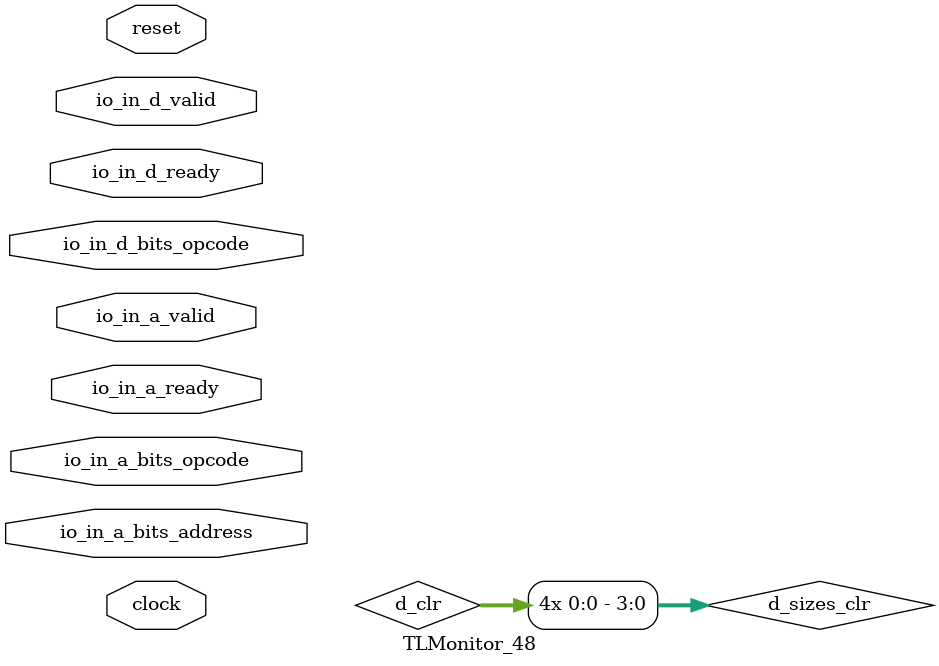
<source format=sv>

`ifndef STOP_COND_
  `ifdef STOP_COND
    `define STOP_COND_ (`STOP_COND)
  `else  // STOP_COND
    `define STOP_COND_ 1
  `endif // STOP_COND
`endif // not def STOP_COND_

// Users can define 'ASSERT_VERBOSE_COND' to add an extra gate to assert error printing.
`ifndef ASSERT_VERBOSE_COND_
  `ifdef ASSERT_VERBOSE_COND
    `define ASSERT_VERBOSE_COND_ (`ASSERT_VERBOSE_COND)
  `else  // ASSERT_VERBOSE_COND
    `define ASSERT_VERBOSE_COND_ 1
  `endif // ASSERT_VERBOSE_COND
`endif // not def ASSERT_VERBOSE_COND_

// Include register initializers in init blocks unless synthesis is set
`ifndef RANDOMIZE
  `ifdef RANDOMIZE_REG_INIT
    `define RANDOMIZE
  `endif // RANDOMIZE_REG_INIT
`endif // not def RANDOMIZE
`ifndef SYNTHESIS
  `ifndef ENABLE_INITIAL_REG_
    `define ENABLE_INITIAL_REG_
  `endif // not def ENABLE_INITIAL_REG_
`endif // not def SYNTHESIS

// Standard header to adapt well known macros for register randomization.

// RANDOM may be set to an expression that produces a 32-bit random unsigned value.
`ifndef RANDOM
  `define RANDOM $random
`endif // not def RANDOM

// Users can define INIT_RANDOM as general code that gets injected into the
// initializer block for modules with registers.
`ifndef INIT_RANDOM
  `define INIT_RANDOM
`endif // not def INIT_RANDOM

// If using random initialization, you can also define RANDOMIZE_DELAY to
// customize the delay used, otherwise 0.002 is used.
`ifndef RANDOMIZE_DELAY
  `define RANDOMIZE_DELAY 0.002
`endif // not def RANDOMIZE_DELAY

// Define INIT_RANDOM_PROLOG_ for use in our modules below.
`ifndef INIT_RANDOM_PROLOG_
  `ifdef RANDOMIZE
    `ifdef VERILATOR
      `define INIT_RANDOM_PROLOG_ `INIT_RANDOM
    `else  // VERILATOR
      `define INIT_RANDOM_PROLOG_ `INIT_RANDOM #`RANDOMIZE_DELAY begin end
    `endif // VERILATOR
  `else  // RANDOMIZE
    `define INIT_RANDOM_PROLOG_
  `endif // RANDOMIZE
`endif // not def INIT_RANDOM_PROLOG_
module TLMonitor_48(	// @[generators/rocket-chip/src/main/scala/tilelink/Monitor.scala:36:7]
  input       clock,	// @[generators/rocket-chip/src/main/scala/tilelink/Monitor.scala:36:7]
  input       reset,	// @[generators/rocket-chip/src/main/scala/tilelink/Monitor.scala:36:7]
  input       io_in_a_ready,	// @[generators/rocket-chip/src/main/scala/tilelink/Monitor.scala:20:14]
  input       io_in_a_valid,	// @[generators/rocket-chip/src/main/scala/tilelink/Monitor.scala:20:14]
  input [2:0] io_in_a_bits_opcode,	// @[generators/rocket-chip/src/main/scala/tilelink/Monitor.scala:20:14]
  input [6:0] io_in_a_bits_address,	// @[generators/rocket-chip/src/main/scala/tilelink/Monitor.scala:20:14]
  input       io_in_d_ready,	// @[generators/rocket-chip/src/main/scala/tilelink/Monitor.scala:20:14]
  input       io_in_d_valid,	// @[generators/rocket-chip/src/main/scala/tilelink/Monitor.scala:20:14]
  input [2:0] io_in_d_bits_opcode	// @[generators/rocket-chip/src/main/scala/tilelink/Monitor.scala:20:14]
);

  wire [31:0] _plusarg_reader_1_out;	// @[generators/rocket-chip/src/main/scala/util/PlusArg.scala:80:11]
  wire [31:0] _plusarg_reader_out;	// @[generators/rocket-chip/src/main/scala/util/PlusArg.scala:80:11]
  wire        a_first_done = io_in_a_ready & io_in_a_valid;	// @[src/main/scala/chisel3/util/Decoupled.scala:51:35]
  reg         a_first_counter;	// @[generators/rocket-chip/src/main/scala/tilelink/Edges.scala:229:27]
  reg  [2:0]  opcode;	// @[generators/rocket-chip/src/main/scala/tilelink/Monitor.scala:387:22]
  reg  [6:0]  address;	// @[generators/rocket-chip/src/main/scala/tilelink/Monitor.scala:391:22]
  reg         d_first_counter;	// @[generators/rocket-chip/src/main/scala/tilelink/Edges.scala:229:27]
  reg  [2:0]  opcode_1;	// @[generators/rocket-chip/src/main/scala/tilelink/Monitor.scala:538:22]
  reg  [1:0]  inflight;	// @[generators/rocket-chip/src/main/scala/tilelink/Monitor.scala:614:27]
  reg  [3:0]  inflight_opcodes;	// @[generators/rocket-chip/src/main/scala/tilelink/Monitor.scala:616:35]
  reg  [3:0]  inflight_sizes;	// @[generators/rocket-chip/src/main/scala/tilelink/Monitor.scala:618:33]
  reg         a_first_counter_1;	// @[generators/rocket-chip/src/main/scala/tilelink/Edges.scala:229:27]
  reg         d_first_counter_1;	// @[generators/rocket-chip/src/main/scala/tilelink/Edges.scala:229:27]
  wire        a_set = a_first_done & ~a_first_counter_1;	// @[generators/rocket-chip/src/main/scala/tilelink/Edges.scala:229:27, :231:25, generators/rocket-chip/src/main/scala/tilelink/Monitor.scala:655:25, src/main/scala/chisel3/util/Decoupled.scala:51:35]
  wire        d_release_ack = io_in_d_bits_opcode == 3'h6;	// @[generators/rocket-chip/src/main/scala/tilelink/Monitor.scala:673:46]
  wire        _GEN = io_in_d_bits_opcode != 3'h6;	// @[generators/rocket-chip/src/main/scala/tilelink/Monitor.scala:673:46, :674:74]
  reg  [31:0] watchdog;	// @[generators/rocket-chip/src/main/scala/tilelink/Monitor.scala:709:27]
  reg  [1:0]  inflight_1;	// @[generators/rocket-chip/src/main/scala/tilelink/Monitor.scala:726:35]
  reg  [3:0]  inflight_sizes_1;	// @[generators/rocket-chip/src/main/scala/tilelink/Monitor.scala:728:35]
  reg         d_first_counter_2;	// @[generators/rocket-chip/src/main/scala/tilelink/Edges.scala:229:27]
  reg  [31:0] watchdog_1;	// @[generators/rocket-chip/src/main/scala/tilelink/Monitor.scala:818:27]
  `ifndef SYNTHESIS	// @[generators/rocket-chip/src/main/scala/tilelink/Monitor.scala:45:11]
    wire [7:0][2:0] _GEN_0 = '{3'h4, 3'h5, 3'h2, 3'h1, 3'h1, 3'h1, 3'h0, 3'h0};
    wire [7:0][2:0] _GEN_1 = '{3'h4, 3'h4, 3'h2, 3'h1, 3'h1, 3'h1, 3'h0, 3'h0};
    wire            _GEN_2 = io_in_a_valid & io_in_a_bits_opcode == 3'h6 & ~reset;	// @[generators/rocket-chip/src/main/scala/tilelink/Monitor.scala:45:11, :84:{25,54}]
    wire            _GEN_3 = io_in_a_valid & (&io_in_a_bits_opcode) & ~reset;	// @[generators/rocket-chip/src/main/scala/tilelink/Monitor.scala:45:11, :95:{25,53}]
    wire            _GEN_4 = {io_in_a_bits_address[6:4] ^ 3'h4, io_in_a_bits_address[2]} == 4'h0 | io_in_a_bits_address[6:3] == 4'hA;	// @[generators/rocket-chip/src/main/scala/diplomacy/Parameters.scala:137:{31,41,46,59}, generators/rocket-chip/src/main/scala/tilelink/Monitor.scala:20:14, :36:7, generators/rocket-chip/src/main/scala/tilelink/Parameters.scala:685:42]
    wire            _GEN_5 = io_in_a_valid & io_in_a_bits_opcode == 3'h4 & ~reset;	// @[generators/rocket-chip/src/main/scala/tilelink/Monitor.scala:36:7, :45:11, :107:{25,45}]
    wire            _GEN_6 = io_in_a_valid & io_in_a_bits_opcode == 3'h0 & ~reset;	// @[generators/rocket-chip/src/main/scala/tilelink/Monitor.scala:36:7, :45:11, :117:{25,53}]
    wire            _GEN_7 = io_in_a_valid & io_in_a_bits_opcode == 3'h1 & ~reset;	// @[generators/rocket-chip/src/main/scala/tilelink/Monitor.scala:36:7, :45:11, :125:{25,56}]
    wire            _GEN_8 = io_in_a_valid & io_in_a_bits_opcode == 3'h2 & ~reset;	// @[generators/rocket-chip/src/main/scala/tilelink/Monitor.scala:45:11, :133:{25,56}]
    wire            _GEN_9 = io_in_a_valid & io_in_a_bits_opcode == 3'h3 & ~reset;	// @[generators/rocket-chip/src/main/scala/tilelink/Monitor.scala:45:11, :141:{25,53}]
    wire            _GEN_10 = io_in_a_valid & io_in_a_bits_opcode == 3'h5 & ~reset;	// @[generators/rocket-chip/src/main/scala/tilelink/Monitor.scala:45:11, :149:{25,46}]
    wire            _GEN_11 = io_in_a_valid & a_first_counter & ~reset;	// @[generators/rocket-chip/src/main/scala/tilelink/Edges.scala:229:27, generators/rocket-chip/src/main/scala/tilelink/Monitor.scala:45:11, :392:19]
    wire            _same_cycle_resp_T_1 = io_in_a_valid & ~a_first_counter_1;	// @[generators/rocket-chip/src/main/scala/tilelink/Edges.scala:229:27, :231:25, generators/rocket-chip/src/main/scala/tilelink/Monitor.scala:651:26]
    wire            _GEN_12 = io_in_d_valid & ~d_first_counter_1;	// @[generators/rocket-chip/src/main/scala/tilelink/Edges.scala:229:27, :231:25, generators/rocket-chip/src/main/scala/tilelink/Monitor.scala:674:26]
    wire            _GEN_13 = _GEN_12 & _GEN;	// @[generators/rocket-chip/src/main/scala/tilelink/Monitor.scala:673:46, :674:{26,74}, :683:71]
    wire            _GEN_14 = _GEN_13 & ~_same_cycle_resp_T_1 & ~reset;	// @[generators/rocket-chip/src/main/scala/tilelink/Monitor.scala:45:11, :52:11, :651:26, :683:71, :687:30]
    wire            _GEN_15 = io_in_d_valid & ~d_first_counter_2 & d_release_ack & ~reset;	// @[generators/rocket-chip/src/main/scala/tilelink/Edges.scala:229:27, :231:25, generators/rocket-chip/src/main/scala/tilelink/Monitor.scala:45:11, :52:11, :673:46, :784:26, :794:71]
    always @(posedge clock) begin	// @[generators/rocket-chip/src/main/scala/tilelink/Monitor.scala:45:11]
      if (_GEN_2) begin	// @[generators/rocket-chip/src/main/scala/tilelink/Monitor.scala:45:11, :84:54]
        if (`ASSERT_VERBOSE_COND_)	// @[generators/rocket-chip/src/main/scala/tilelink/Monitor.scala:45:11]
          $error("Assertion failed: 'A' channel carries AcquireBlock type which is unexpected using diplomatic parameters (connected at generators/rocket-chip/src/main/scala/devices/debug/Debug.scala:706:19)\n    at Monitor.scala:45 assert(cond, message)\n");	// @[generators/rocket-chip/src/main/scala/tilelink/Monitor.scala:45:11]
        if (`STOP_COND_)	// @[generators/rocket-chip/src/main/scala/tilelink/Monitor.scala:45:11]
          $fatal;	// @[generators/rocket-chip/src/main/scala/tilelink/Monitor.scala:45:11]
        if (`ASSERT_VERBOSE_COND_)	// @[generators/rocket-chip/src/main/scala/tilelink/Monitor.scala:45:11]
          $error("Assertion failed: 'A' channel carries AcquireBlock from a client which does not support Probe (connected at generators/rocket-chip/src/main/scala/devices/debug/Debug.scala:706:19)\n    at Monitor.scala:45 assert(cond, message)\n");	// @[generators/rocket-chip/src/main/scala/tilelink/Monitor.scala:45:11]
        if (`STOP_COND_)	// @[generators/rocket-chip/src/main/scala/tilelink/Monitor.scala:45:11]
          $fatal;	// @[generators/rocket-chip/src/main/scala/tilelink/Monitor.scala:45:11]
      end
      if (_GEN_2 & (|(io_in_a_bits_address[1:0]))) begin	// @[generators/rocket-chip/src/main/scala/tilelink/Edges.scala:21:{16,24}, generators/rocket-chip/src/main/scala/tilelink/Monitor.scala:45:11, :84:54]
        if (`ASSERT_VERBOSE_COND_)	// @[generators/rocket-chip/src/main/scala/tilelink/Monitor.scala:45:11]
          $error("Assertion failed: 'A' channel AcquireBlock address not aligned to size (connected at generators/rocket-chip/src/main/scala/devices/debug/Debug.scala:706:19)\n    at Monitor.scala:45 assert(cond, message)\n");	// @[generators/rocket-chip/src/main/scala/tilelink/Monitor.scala:45:11]
        if (`STOP_COND_)	// @[generators/rocket-chip/src/main/scala/tilelink/Monitor.scala:45:11]
          $fatal;	// @[generators/rocket-chip/src/main/scala/tilelink/Monitor.scala:45:11]
      end
      if (_GEN_3) begin	// @[generators/rocket-chip/src/main/scala/tilelink/Monitor.scala:45:11, :95:53]
        if (`ASSERT_VERBOSE_COND_)	// @[generators/rocket-chip/src/main/scala/tilelink/Monitor.scala:45:11]
          $error("Assertion failed: 'A' channel carries AcquirePerm type which is unexpected using diplomatic parameters (connected at generators/rocket-chip/src/main/scala/devices/debug/Debug.scala:706:19)\n    at Monitor.scala:45 assert(cond, message)\n");	// @[generators/rocket-chip/src/main/scala/tilelink/Monitor.scala:45:11]
        if (`STOP_COND_)	// @[generators/rocket-chip/src/main/scala/tilelink/Monitor.scala:45:11]
          $fatal;	// @[generators/rocket-chip/src/main/scala/tilelink/Monitor.scala:45:11]
        if (`ASSERT_VERBOSE_COND_)	// @[generators/rocket-chip/src/main/scala/tilelink/Monitor.scala:45:11]
          $error("Assertion failed: 'A' channel carries AcquirePerm from a client which does not support Probe (connected at generators/rocket-chip/src/main/scala/devices/debug/Debug.scala:706:19)\n    at Monitor.scala:45 assert(cond, message)\n");	// @[generators/rocket-chip/src/main/scala/tilelink/Monitor.scala:45:11]
        if (`STOP_COND_)	// @[generators/rocket-chip/src/main/scala/tilelink/Monitor.scala:45:11]
          $fatal;	// @[generators/rocket-chip/src/main/scala/tilelink/Monitor.scala:45:11]
      end
      if (_GEN_3 & (|(io_in_a_bits_address[1:0]))) begin	// @[generators/rocket-chip/src/main/scala/tilelink/Edges.scala:21:{16,24}, generators/rocket-chip/src/main/scala/tilelink/Monitor.scala:45:11, :95:53]
        if (`ASSERT_VERBOSE_COND_)	// @[generators/rocket-chip/src/main/scala/tilelink/Monitor.scala:45:11]
          $error("Assertion failed: 'A' channel AcquirePerm address not aligned to size (connected at generators/rocket-chip/src/main/scala/devices/debug/Debug.scala:706:19)\n    at Monitor.scala:45 assert(cond, message)\n");	// @[generators/rocket-chip/src/main/scala/tilelink/Monitor.scala:45:11]
        if (`STOP_COND_)	// @[generators/rocket-chip/src/main/scala/tilelink/Monitor.scala:45:11]
          $fatal;	// @[generators/rocket-chip/src/main/scala/tilelink/Monitor.scala:45:11]
      end
      if (_GEN_3) begin	// @[generators/rocket-chip/src/main/scala/tilelink/Monitor.scala:45:11, :95:53]
        if (`ASSERT_VERBOSE_COND_)	// @[generators/rocket-chip/src/main/scala/tilelink/Monitor.scala:45:11]
          $error("Assertion failed: 'A' channel AcquirePerm requests NtoB (connected at generators/rocket-chip/src/main/scala/devices/debug/Debug.scala:706:19)\n    at Monitor.scala:45 assert(cond, message)\n");	// @[generators/rocket-chip/src/main/scala/tilelink/Monitor.scala:45:11]
        if (`STOP_COND_)	// @[generators/rocket-chip/src/main/scala/tilelink/Monitor.scala:45:11]
          $fatal;	// @[generators/rocket-chip/src/main/scala/tilelink/Monitor.scala:45:11]
      end
      if (_GEN_5 & ~_GEN_4) begin	// @[generators/rocket-chip/src/main/scala/tilelink/Monitor.scala:45:11, :107:45, generators/rocket-chip/src/main/scala/tilelink/Parameters.scala:685:42]
        if (`ASSERT_VERBOSE_COND_)	// @[generators/rocket-chip/src/main/scala/tilelink/Monitor.scala:45:11]
          $error("Assertion failed: 'A' channel carries Get type which slave claims it can't support (connected at generators/rocket-chip/src/main/scala/devices/debug/Debug.scala:706:19)\n    at Monitor.scala:45 assert(cond, message)\n");	// @[generators/rocket-chip/src/main/scala/tilelink/Monitor.scala:45:11]
        if (`STOP_COND_)	// @[generators/rocket-chip/src/main/scala/tilelink/Monitor.scala:45:11]
          $fatal;	// @[generators/rocket-chip/src/main/scala/tilelink/Monitor.scala:45:11]
      end
      if (_GEN_5 & (|(io_in_a_bits_address[1:0]))) begin	// @[generators/rocket-chip/src/main/scala/tilelink/Edges.scala:21:{16,24}, generators/rocket-chip/src/main/scala/tilelink/Monitor.scala:45:11, :107:45]
        if (`ASSERT_VERBOSE_COND_)	// @[generators/rocket-chip/src/main/scala/tilelink/Monitor.scala:45:11]
          $error("Assertion failed: 'A' channel Get address not aligned to size (connected at generators/rocket-chip/src/main/scala/devices/debug/Debug.scala:706:19)\n    at Monitor.scala:45 assert(cond, message)\n");	// @[generators/rocket-chip/src/main/scala/tilelink/Monitor.scala:45:11]
        if (`STOP_COND_)	// @[generators/rocket-chip/src/main/scala/tilelink/Monitor.scala:45:11]
          $fatal;	// @[generators/rocket-chip/src/main/scala/tilelink/Monitor.scala:45:11]
      end
      if (_GEN_6 & ~_GEN_4) begin	// @[generators/rocket-chip/src/main/scala/tilelink/Monitor.scala:45:11, :117:53, generators/rocket-chip/src/main/scala/tilelink/Parameters.scala:685:42]
        if (`ASSERT_VERBOSE_COND_)	// @[generators/rocket-chip/src/main/scala/tilelink/Monitor.scala:45:11]
          $error("Assertion failed: 'A' channel carries PutFull type which is unexpected using diplomatic parameters (connected at generators/rocket-chip/src/main/scala/devices/debug/Debug.scala:706:19)\n    at Monitor.scala:45 assert(cond, message)\n");	// @[generators/rocket-chip/src/main/scala/tilelink/Monitor.scala:45:11]
        if (`STOP_COND_)	// @[generators/rocket-chip/src/main/scala/tilelink/Monitor.scala:45:11]
          $fatal;	// @[generators/rocket-chip/src/main/scala/tilelink/Monitor.scala:45:11]
      end
      if (_GEN_6 & (|(io_in_a_bits_address[1:0]))) begin	// @[generators/rocket-chip/src/main/scala/tilelink/Edges.scala:21:{16,24}, generators/rocket-chip/src/main/scala/tilelink/Monitor.scala:45:11, :117:53]
        if (`ASSERT_VERBOSE_COND_)	// @[generators/rocket-chip/src/main/scala/tilelink/Monitor.scala:45:11]
          $error("Assertion failed: 'A' channel PutFull address not aligned to size (connected at generators/rocket-chip/src/main/scala/devices/debug/Debug.scala:706:19)\n    at Monitor.scala:45 assert(cond, message)\n");	// @[generators/rocket-chip/src/main/scala/tilelink/Monitor.scala:45:11]
        if (`STOP_COND_)	// @[generators/rocket-chip/src/main/scala/tilelink/Monitor.scala:45:11]
          $fatal;	// @[generators/rocket-chip/src/main/scala/tilelink/Monitor.scala:45:11]
      end
      if (_GEN_7) begin	// @[generators/rocket-chip/src/main/scala/tilelink/Monitor.scala:45:11, :125:56]
        if (`ASSERT_VERBOSE_COND_)	// @[generators/rocket-chip/src/main/scala/tilelink/Monitor.scala:45:11]
          $error("Assertion failed: 'A' channel carries PutPartial type which is unexpected using diplomatic parameters (connected at generators/rocket-chip/src/main/scala/devices/debug/Debug.scala:706:19)\n    at Monitor.scala:45 assert(cond, message)\n");	// @[generators/rocket-chip/src/main/scala/tilelink/Monitor.scala:45:11]
        if (`STOP_COND_)	// @[generators/rocket-chip/src/main/scala/tilelink/Monitor.scala:45:11]
          $fatal;	// @[generators/rocket-chip/src/main/scala/tilelink/Monitor.scala:45:11]
      end
      if (_GEN_7 & (|(io_in_a_bits_address[1:0]))) begin	// @[generators/rocket-chip/src/main/scala/tilelink/Edges.scala:21:{16,24}, generators/rocket-chip/src/main/scala/tilelink/Monitor.scala:45:11, :125:56]
        if (`ASSERT_VERBOSE_COND_)	// @[generators/rocket-chip/src/main/scala/tilelink/Monitor.scala:45:11]
          $error("Assertion failed: 'A' channel PutPartial address not aligned to size (connected at generators/rocket-chip/src/main/scala/devices/debug/Debug.scala:706:19)\n    at Monitor.scala:45 assert(cond, message)\n");	// @[generators/rocket-chip/src/main/scala/tilelink/Monitor.scala:45:11]
        if (`STOP_COND_)	// @[generators/rocket-chip/src/main/scala/tilelink/Monitor.scala:45:11]
          $fatal;	// @[generators/rocket-chip/src/main/scala/tilelink/Monitor.scala:45:11]
      end
      if (_GEN_8) begin	// @[generators/rocket-chip/src/main/scala/tilelink/Monitor.scala:45:11, :133:56]
        if (`ASSERT_VERBOSE_COND_)	// @[generators/rocket-chip/src/main/scala/tilelink/Monitor.scala:45:11]
          $error("Assertion failed: 'A' channel carries Arithmetic type which is unexpected using diplomatic parameters (connected at generators/rocket-chip/src/main/scala/devices/debug/Debug.scala:706:19)\n    at Monitor.scala:45 assert(cond, message)\n");	// @[generators/rocket-chip/src/main/scala/tilelink/Monitor.scala:45:11]
        if (`STOP_COND_)	// @[generators/rocket-chip/src/main/scala/tilelink/Monitor.scala:45:11]
          $fatal;	// @[generators/rocket-chip/src/main/scala/tilelink/Monitor.scala:45:11]
      end
      if (_GEN_8 & (|(io_in_a_bits_address[1:0]))) begin	// @[generators/rocket-chip/src/main/scala/tilelink/Edges.scala:21:{16,24}, generators/rocket-chip/src/main/scala/tilelink/Monitor.scala:45:11, :133:56]
        if (`ASSERT_VERBOSE_COND_)	// @[generators/rocket-chip/src/main/scala/tilelink/Monitor.scala:45:11]
          $error("Assertion failed: 'A' channel Arithmetic address not aligned to size (connected at generators/rocket-chip/src/main/scala/devices/debug/Debug.scala:706:19)\n    at Monitor.scala:45 assert(cond, message)\n");	// @[generators/rocket-chip/src/main/scala/tilelink/Monitor.scala:45:11]
        if (`STOP_COND_)	// @[generators/rocket-chip/src/main/scala/tilelink/Monitor.scala:45:11]
          $fatal;	// @[generators/rocket-chip/src/main/scala/tilelink/Monitor.scala:45:11]
      end
      if (_GEN_9) begin	// @[generators/rocket-chip/src/main/scala/tilelink/Monitor.scala:45:11, :141:53]
        if (`ASSERT_VERBOSE_COND_)	// @[generators/rocket-chip/src/main/scala/tilelink/Monitor.scala:45:11]
          $error("Assertion failed: 'A' channel carries Logical type which is unexpected using diplomatic parameters (connected at generators/rocket-chip/src/main/scala/devices/debug/Debug.scala:706:19)\n    at Monitor.scala:45 assert(cond, message)\n");	// @[generators/rocket-chip/src/main/scala/tilelink/Monitor.scala:45:11]
        if (`STOP_COND_)	// @[generators/rocket-chip/src/main/scala/tilelink/Monitor.scala:45:11]
          $fatal;	// @[generators/rocket-chip/src/main/scala/tilelink/Monitor.scala:45:11]
      end
      if (_GEN_9 & (|(io_in_a_bits_address[1:0]))) begin	// @[generators/rocket-chip/src/main/scala/tilelink/Edges.scala:21:{16,24}, generators/rocket-chip/src/main/scala/tilelink/Monitor.scala:45:11, :141:53]
        if (`ASSERT_VERBOSE_COND_)	// @[generators/rocket-chip/src/main/scala/tilelink/Monitor.scala:45:11]
          $error("Assertion failed: 'A' channel Logical address not aligned to size (connected at generators/rocket-chip/src/main/scala/devices/debug/Debug.scala:706:19)\n    at Monitor.scala:45 assert(cond, message)\n");	// @[generators/rocket-chip/src/main/scala/tilelink/Monitor.scala:45:11]
        if (`STOP_COND_)	// @[generators/rocket-chip/src/main/scala/tilelink/Monitor.scala:45:11]
          $fatal;	// @[generators/rocket-chip/src/main/scala/tilelink/Monitor.scala:45:11]
      end
      if (_GEN_10) begin	// @[generators/rocket-chip/src/main/scala/tilelink/Monitor.scala:45:11, :149:46]
        if (`ASSERT_VERBOSE_COND_)	// @[generators/rocket-chip/src/main/scala/tilelink/Monitor.scala:45:11]
          $error("Assertion failed: 'A' channel carries Hint type which is unexpected using diplomatic parameters (connected at generators/rocket-chip/src/main/scala/devices/debug/Debug.scala:706:19)\n    at Monitor.scala:45 assert(cond, message)\n");	// @[generators/rocket-chip/src/main/scala/tilelink/Monitor.scala:45:11]
        if (`STOP_COND_)	// @[generators/rocket-chip/src/main/scala/tilelink/Monitor.scala:45:11]
          $fatal;	// @[generators/rocket-chip/src/main/scala/tilelink/Monitor.scala:45:11]
      end
      if (_GEN_10 & (|(io_in_a_bits_address[1:0]))) begin	// @[generators/rocket-chip/src/main/scala/tilelink/Edges.scala:21:{16,24}, generators/rocket-chip/src/main/scala/tilelink/Monitor.scala:45:11, :149:46]
        if (`ASSERT_VERBOSE_COND_)	// @[generators/rocket-chip/src/main/scala/tilelink/Monitor.scala:45:11]
          $error("Assertion failed: 'A' channel Hint address not aligned to size (connected at generators/rocket-chip/src/main/scala/devices/debug/Debug.scala:706:19)\n    at Monitor.scala:45 assert(cond, message)\n");	// @[generators/rocket-chip/src/main/scala/tilelink/Monitor.scala:45:11]
        if (`STOP_COND_)	// @[generators/rocket-chip/src/main/scala/tilelink/Monitor.scala:45:11]
          $fatal;	// @[generators/rocket-chip/src/main/scala/tilelink/Monitor.scala:45:11]
      end
      if (io_in_d_valid & ~reset & (&io_in_d_bits_opcode)) begin	// @[generators/rocket-chip/src/main/scala/tilelink/Bundles.scala:45:24, generators/rocket-chip/src/main/scala/tilelink/Monitor.scala:45:11, :52:11]
        if (`ASSERT_VERBOSE_COND_)	// @[generators/rocket-chip/src/main/scala/tilelink/Monitor.scala:52:11]
          $error("Assertion failed: 'D' channel has invalid opcode (connected at generators/rocket-chip/src/main/scala/devices/debug/Debug.scala:706:19)\n    at Monitor.scala:52 assert(cond, message)\n");	// @[generators/rocket-chip/src/main/scala/tilelink/Monitor.scala:52:11]
        if (`STOP_COND_)	// @[generators/rocket-chip/src/main/scala/tilelink/Monitor.scala:52:11]
          $fatal;	// @[generators/rocket-chip/src/main/scala/tilelink/Monitor.scala:52:11]
      end
      if (io_in_d_valid & io_in_d_bits_opcode == 3'h4 & ~reset) begin	// @[generators/rocket-chip/src/main/scala/tilelink/Monitor.scala:36:7, :45:11, :52:11, :321:{25,47}]
        if (`ASSERT_VERBOSE_COND_)	// @[generators/rocket-chip/src/main/scala/tilelink/Monitor.scala:52:11]
          $error("Assertion failed: 'D' channel Grant carries invalid sink ID (connected at generators/rocket-chip/src/main/scala/devices/debug/Debug.scala:706:19)\n    at Monitor.scala:52 assert(cond, message)\n");	// @[generators/rocket-chip/src/main/scala/tilelink/Monitor.scala:52:11]
        if (`STOP_COND_)	// @[generators/rocket-chip/src/main/scala/tilelink/Monitor.scala:52:11]
          $fatal;	// @[generators/rocket-chip/src/main/scala/tilelink/Monitor.scala:52:11]
      end
      if (io_in_d_valid & io_in_d_bits_opcode == 3'h5 & ~reset) begin	// @[generators/rocket-chip/src/main/scala/tilelink/Monitor.scala:45:11, :52:11, :331:{25,51}]
        if (`ASSERT_VERBOSE_COND_)	// @[generators/rocket-chip/src/main/scala/tilelink/Monitor.scala:52:11]
          $error("Assertion failed: 'D' channel GrantData carries invalid sink ID (connected at generators/rocket-chip/src/main/scala/devices/debug/Debug.scala:706:19)\n    at Monitor.scala:52 assert(cond, message)\n");	// @[generators/rocket-chip/src/main/scala/tilelink/Monitor.scala:52:11]
        if (`STOP_COND_)	// @[generators/rocket-chip/src/main/scala/tilelink/Monitor.scala:52:11]
          $fatal;	// @[generators/rocket-chip/src/main/scala/tilelink/Monitor.scala:52:11]
      end
      if (_GEN_11 & io_in_a_bits_opcode != opcode) begin	// @[generators/rocket-chip/src/main/scala/tilelink/Monitor.scala:45:11, :387:22, :392:19, :393:32]
        if (`ASSERT_VERBOSE_COND_)	// @[generators/rocket-chip/src/main/scala/tilelink/Monitor.scala:45:11]
          $error("Assertion failed: 'A' channel opcode changed within multibeat operation (connected at generators/rocket-chip/src/main/scala/devices/debug/Debug.scala:706:19)\n    at Monitor.scala:45 assert(cond, message)\n");	// @[generators/rocket-chip/src/main/scala/tilelink/Monitor.scala:45:11]
        if (`STOP_COND_)	// @[generators/rocket-chip/src/main/scala/tilelink/Monitor.scala:45:11]
          $fatal;	// @[generators/rocket-chip/src/main/scala/tilelink/Monitor.scala:45:11]
      end
      if (_GEN_11 & io_in_a_bits_address != address) begin	// @[generators/rocket-chip/src/main/scala/tilelink/Monitor.scala:45:11, :391:22, :392:19, :397:32]
        if (`ASSERT_VERBOSE_COND_)	// @[generators/rocket-chip/src/main/scala/tilelink/Monitor.scala:45:11]
          $error("Assertion failed: 'A' channel address changed with multibeat operation (connected at generators/rocket-chip/src/main/scala/devices/debug/Debug.scala:706:19)\n    at Monitor.scala:45 assert(cond, message)\n");	// @[generators/rocket-chip/src/main/scala/tilelink/Monitor.scala:45:11]
        if (`STOP_COND_)	// @[generators/rocket-chip/src/main/scala/tilelink/Monitor.scala:45:11]
          $fatal;	// @[generators/rocket-chip/src/main/scala/tilelink/Monitor.scala:45:11]
      end
      if (io_in_d_valid & d_first_counter & ~reset & io_in_d_bits_opcode != opcode_1) begin	// @[generators/rocket-chip/src/main/scala/tilelink/Edges.scala:229:27, generators/rocket-chip/src/main/scala/tilelink/Monitor.scala:45:11, :52:11, :538:22, :544:19, :545:29]
        if (`ASSERT_VERBOSE_COND_)	// @[generators/rocket-chip/src/main/scala/tilelink/Monitor.scala:52:11]
          $error("Assertion failed: 'D' channel opcode changed within multibeat operation (connected at generators/rocket-chip/src/main/scala/devices/debug/Debug.scala:706:19)\n    at Monitor.scala:52 assert(cond, message)\n");	// @[generators/rocket-chip/src/main/scala/tilelink/Monitor.scala:52:11]
        if (`STOP_COND_)	// @[generators/rocket-chip/src/main/scala/tilelink/Monitor.scala:52:11]
          $fatal;	// @[generators/rocket-chip/src/main/scala/tilelink/Monitor.scala:52:11]
      end
      if (a_set & ~reset & inflight[0]) begin	// @[generators/rocket-chip/src/main/scala/tilelink/Monitor.scala:45:11, :614:27, :655:25, :661:26]
        if (`ASSERT_VERBOSE_COND_)	// @[generators/rocket-chip/src/main/scala/tilelink/Monitor.scala:45:11]
          $error("Assertion failed: 'A' channel re-used a source ID (connected at generators/rocket-chip/src/main/scala/devices/debug/Debug.scala:706:19)\n    at Monitor.scala:45 assert(cond, message)\n");	// @[generators/rocket-chip/src/main/scala/tilelink/Monitor.scala:45:11]
        if (`STOP_COND_)	// @[generators/rocket-chip/src/main/scala/tilelink/Monitor.scala:45:11]
          $fatal;	// @[generators/rocket-chip/src/main/scala/tilelink/Monitor.scala:45:11]
      end
      if (_GEN_13 & ~reset & ~(inflight[0] | _same_cycle_resp_T_1)) begin	// @[generators/rocket-chip/src/main/scala/tilelink/Monitor.scala:45:11, :52:11, :614:27, :651:26, :661:26, :683:71, :685:49]
        if (`ASSERT_VERBOSE_COND_)	// @[generators/rocket-chip/src/main/scala/tilelink/Monitor.scala:52:11]
          $error("Assertion failed: 'D' channel acknowledged for nothing inflight (connected at generators/rocket-chip/src/main/scala/devices/debug/Debug.scala:706:19)\n    at Monitor.scala:52 assert(cond, message)\n");	// @[generators/rocket-chip/src/main/scala/tilelink/Monitor.scala:52:11]
        if (`STOP_COND_)	// @[generators/rocket-chip/src/main/scala/tilelink/Monitor.scala:52:11]
          $fatal;	// @[generators/rocket-chip/src/main/scala/tilelink/Monitor.scala:52:11]
      end
      if (_GEN_13 & _same_cycle_resp_T_1 & ~reset & ~(io_in_d_bits_opcode == _GEN_1[io_in_a_bits_opcode] | io_in_d_bits_opcode == _GEN_0[io_in_a_bits_opcode])) begin	// @[generators/rocket-chip/src/main/scala/tilelink/Monitor.scala:45:11, :52:11, :651:26, :683:71, :687:30, :688:{38,77}, :689:39]
        if (`ASSERT_VERBOSE_COND_)	// @[generators/rocket-chip/src/main/scala/tilelink/Monitor.scala:52:11]
          $error("Assertion failed: 'D' channel contains improper opcode response (connected at generators/rocket-chip/src/main/scala/devices/debug/Debug.scala:706:19)\n    at Monitor.scala:52 assert(cond, message)\n");	// @[generators/rocket-chip/src/main/scala/tilelink/Monitor.scala:52:11]
        if (`STOP_COND_)	// @[generators/rocket-chip/src/main/scala/tilelink/Monitor.scala:52:11]
          $fatal;	// @[generators/rocket-chip/src/main/scala/tilelink/Monitor.scala:52:11]
      end
      if (_GEN_14 & ~(io_in_d_bits_opcode == _GEN_1[inflight_opcodes[3:1]] | io_in_d_bits_opcode == _GEN_0[inflight_opcodes[3:1]])) begin	// @[generators/rocket-chip/src/main/scala/tilelink/Monitor.scala:52:11, :616:35, :637:152, :687:30, :692:{38,72}, :693:38]
        if (`ASSERT_VERBOSE_COND_)	// @[generators/rocket-chip/src/main/scala/tilelink/Monitor.scala:52:11]
          $error("Assertion failed: 'D' channel contains improper opcode response (connected at generators/rocket-chip/src/main/scala/devices/debug/Debug.scala:706:19)\n    at Monitor.scala:52 assert(cond, message)\n");	// @[generators/rocket-chip/src/main/scala/tilelink/Monitor.scala:52:11]
        if (`STOP_COND_)	// @[generators/rocket-chip/src/main/scala/tilelink/Monitor.scala:52:11]
          $fatal;	// @[generators/rocket-chip/src/main/scala/tilelink/Monitor.scala:52:11]
      end
      if (_GEN_14 & inflight_sizes[3:1] != 3'h2) begin	// @[generators/rocket-chip/src/main/scala/tilelink/Monitor.scala:52:11, :618:33, :641:144, :687:30, :694:36]
        if (`ASSERT_VERBOSE_COND_)	// @[generators/rocket-chip/src/main/scala/tilelink/Monitor.scala:52:11]
          $error("Assertion failed: 'D' channel contains improper response size (connected at generators/rocket-chip/src/main/scala/devices/debug/Debug.scala:706:19)\n    at Monitor.scala:52 assert(cond, message)\n");	// @[generators/rocket-chip/src/main/scala/tilelink/Monitor.scala:52:11]
        if (`STOP_COND_)	// @[generators/rocket-chip/src/main/scala/tilelink/Monitor.scala:52:11]
          $fatal;	// @[generators/rocket-chip/src/main/scala/tilelink/Monitor.scala:52:11]
      end
      if (_GEN_12 & ~a_first_counter_1 & io_in_a_valid & _GEN & ~reset & ~(~io_in_d_ready | io_in_a_ready)) begin	// @[generators/rocket-chip/src/main/scala/tilelink/Edges.scala:229:27, :231:25, generators/rocket-chip/src/main/scala/tilelink/Monitor.scala:45:11, :52:11, :673:46, :674:{26,74}, :697:{36,47,116}, :698:{15,32}]
        if (`ASSERT_VERBOSE_COND_)	// @[generators/rocket-chip/src/main/scala/tilelink/Monitor.scala:52:11]
          $error("Assertion failed: ready check\n    at Monitor.scala:52 assert(cond, message)\n");	// @[generators/rocket-chip/src/main/scala/tilelink/Monitor.scala:52:11]
        if (`STOP_COND_)	// @[generators/rocket-chip/src/main/scala/tilelink/Monitor.scala:52:11]
          $fatal;	// @[generators/rocket-chip/src/main/scala/tilelink/Monitor.scala:52:11]
      end
      if (~reset & ~(inflight == 2'h0 | _plusarg_reader_out == 32'h0 | watchdog < _plusarg_reader_out)) begin	// @[generators/rocket-chip/src/main/scala/tilelink/Monitor.scala:36:7, :45:11, :614:27, :709:27, :712:{26,30,39,47,59}, generators/rocket-chip/src/main/scala/util/PlusArg.scala:80:11]
        if (`ASSERT_VERBOSE_COND_)	// @[generators/rocket-chip/src/main/scala/tilelink/Monitor.scala:45:11]
          $error("Assertion failed: TileLink timeout expired (connected at generators/rocket-chip/src/main/scala/devices/debug/Debug.scala:706:19)\n    at Monitor.scala:45 assert(cond, message)\n");	// @[generators/rocket-chip/src/main/scala/tilelink/Monitor.scala:45:11]
        if (`STOP_COND_)	// @[generators/rocket-chip/src/main/scala/tilelink/Monitor.scala:45:11]
          $fatal;	// @[generators/rocket-chip/src/main/scala/tilelink/Monitor.scala:45:11]
      end
      if (_GEN_15 & ~(inflight_1[0])) begin	// @[generators/rocket-chip/src/main/scala/tilelink/Monitor.scala:52:11, :726:35, :784:26, :794:71, :796:25]
        if (`ASSERT_VERBOSE_COND_)	// @[generators/rocket-chip/src/main/scala/tilelink/Monitor.scala:52:11]
          $error("Assertion failed: 'D' channel acknowledged for nothing inflight (connected at generators/rocket-chip/src/main/scala/devices/debug/Debug.scala:706:19)\n    at Monitor.scala:52 assert(cond, message)\n");	// @[generators/rocket-chip/src/main/scala/tilelink/Monitor.scala:52:11]
        if (`STOP_COND_)	// @[generators/rocket-chip/src/main/scala/tilelink/Monitor.scala:52:11]
          $fatal;	// @[generators/rocket-chip/src/main/scala/tilelink/Monitor.scala:52:11]
      end
      if (_GEN_15 & inflight_sizes_1[3:1] != 3'h2) begin	// @[generators/rocket-chip/src/main/scala/tilelink/Monitor.scala:52:11, :728:35, :750:146, :784:26, :794:71, :800:36]
        if (`ASSERT_VERBOSE_COND_)	// @[generators/rocket-chip/src/main/scala/tilelink/Monitor.scala:52:11]
          $error("Assertion failed: 'D' channel contains improper response size (connected at generators/rocket-chip/src/main/scala/devices/debug/Debug.scala:706:19)\n    at Monitor.scala:52 assert(cond, message)\n");	// @[generators/rocket-chip/src/main/scala/tilelink/Monitor.scala:52:11]
        if (`STOP_COND_)	// @[generators/rocket-chip/src/main/scala/tilelink/Monitor.scala:52:11]
          $fatal;	// @[generators/rocket-chip/src/main/scala/tilelink/Monitor.scala:52:11]
      end
      if (~reset & ~(inflight_1 == 2'h0 | _plusarg_reader_1_out == 32'h0 | watchdog_1 < _plusarg_reader_1_out)) begin	// @[generators/rocket-chip/src/main/scala/tilelink/Monitor.scala:36:7, :45:11, :726:35, :818:27, :821:{26,30,39,47,59}, generators/rocket-chip/src/main/scala/util/PlusArg.scala:80:11]
        if (`ASSERT_VERBOSE_COND_)	// @[generators/rocket-chip/src/main/scala/tilelink/Monitor.scala:45:11]
          $error("Assertion failed: TileLink timeout expired (connected at generators/rocket-chip/src/main/scala/devices/debug/Debug.scala:706:19)\n    at Monitor.scala:45 assert(cond, message)\n");	// @[generators/rocket-chip/src/main/scala/tilelink/Monitor.scala:45:11]
        if (`STOP_COND_)	// @[generators/rocket-chip/src/main/scala/tilelink/Monitor.scala:45:11]
          $fatal;	// @[generators/rocket-chip/src/main/scala/tilelink/Monitor.scala:45:11]
      end
    end // always @(posedge)
  `endif // not def SYNTHESIS
  wire        d_first_done = io_in_d_ready & io_in_d_valid;	// @[src/main/scala/chisel3/util/Decoupled.scala:51:35]
  wire        d_clr = d_first_done & ~d_first_counter_1 & _GEN;	// @[generators/rocket-chip/src/main/scala/tilelink/Edges.scala:229:27, :231:25, generators/rocket-chip/src/main/scala/tilelink/Monitor.scala:673:46, :674:74, :678:{25,70}, src/main/scala/chisel3/util/Decoupled.scala:51:35]
  wire [3:0]  d_sizes_clr = {4{d_clr}};	// @[generators/rocket-chip/src/main/scala/tilelink/Monitor.scala:668:33, :678:{25,70,89}, :680:21]
  wire        d_clr_1 = d_first_done & ~d_first_counter_2 & d_release_ack;	// @[generators/rocket-chip/src/main/scala/tilelink/Edges.scala:229:27, :231:25, generators/rocket-chip/src/main/scala/tilelink/Monitor.scala:673:46, :788:{25,70}, src/main/scala/chisel3/util/Decoupled.scala:51:35]
  always @(posedge clock) begin	// @[generators/rocket-chip/src/main/scala/tilelink/Monitor.scala:36:7]
    if (reset) begin	// @[generators/rocket-chip/src/main/scala/tilelink/Monitor.scala:36:7]
      a_first_counter <= 1'h0;	// @[generators/rocket-chip/src/main/scala/tilelink/Edges.scala:229:27]
      d_first_counter <= 1'h0;	// @[generators/rocket-chip/src/main/scala/tilelink/Edges.scala:229:27]
      inflight <= 2'h0;	// @[generators/rocket-chip/src/main/scala/tilelink/Monitor.scala:36:7, :614:27]
      inflight_opcodes <= 4'h0;	// @[generators/rocket-chip/src/main/scala/tilelink/Monitor.scala:616:35]
      inflight_sizes <= 4'h0;	// @[generators/rocket-chip/src/main/scala/tilelink/Monitor.scala:618:33]
      a_first_counter_1 <= 1'h0;	// @[generators/rocket-chip/src/main/scala/tilelink/Edges.scala:229:27]
      d_first_counter_1 <= 1'h0;	// @[generators/rocket-chip/src/main/scala/tilelink/Edges.scala:229:27]
      watchdog <= 32'h0;	// @[generators/rocket-chip/src/main/scala/tilelink/Monitor.scala:709:27]
      inflight_1 <= 2'h0;	// @[generators/rocket-chip/src/main/scala/tilelink/Monitor.scala:36:7, :726:35]
      inflight_sizes_1 <= 4'h0;	// @[generators/rocket-chip/src/main/scala/tilelink/Monitor.scala:728:35]
      d_first_counter_2 <= 1'h0;	// @[generators/rocket-chip/src/main/scala/tilelink/Edges.scala:229:27]
      watchdog_1 <= 32'h0;	// @[generators/rocket-chip/src/main/scala/tilelink/Monitor.scala:818:27]
    end
    else begin	// @[generators/rocket-chip/src/main/scala/tilelink/Monitor.scala:36:7]
      a_first_counter <= (~a_first_done | a_first_counter - 1'h1) & a_first_counter;	// @[generators/rocket-chip/src/main/scala/tilelink/Edges.scala:229:27, :230:28, :235:17, :236:15, src/main/scala/chisel3/util/Decoupled.scala:51:35]
      d_first_counter <= (~d_first_done | d_first_counter - 1'h1) & d_first_counter;	// @[generators/rocket-chip/src/main/scala/tilelink/Edges.scala:229:27, :230:28, :235:17, :236:15, src/main/scala/chisel3/util/Decoupled.scala:51:35]
      inflight <= {1'h0, (inflight[0] | a_set) & ~d_clr};	// @[generators/rocket-chip/src/main/scala/tilelink/Monitor.scala:614:27, :655:25, :661:26, :678:{25,70}, :705:{27,36,38}]
      inflight_opcodes <= (inflight_opcodes | (a_set ? {io_in_a_bits_opcode, 1'h1} : 4'h0)) & ~d_sizes_clr;	// @[generators/rocket-chip/src/main/scala/tilelink/Monitor.scala:616:35, :630:33, :655:{25,70}, :657:61, :659:28, :668:33, :678:89, :680:21, :706:{43,60,62}]
      inflight_sizes <= (inflight_sizes | (a_set ? {1'h0, a_set ? 3'h5 : 3'h0} : 4'h0)) & ~d_sizes_clr;	// @[generators/rocket-chip/src/main/scala/tilelink/Monitor.scala:36:7, :618:33, :632:31, :648:38, :655:{25,70}, :658:28, :660:28, :668:33, :678:89, :680:21, :707:{39,54,56}]
      a_first_counter_1 <= (~a_first_done | a_first_counter_1 - 1'h1) & a_first_counter_1;	// @[generators/rocket-chip/src/main/scala/tilelink/Edges.scala:229:27, :230:28, :235:17, :236:15, src/main/scala/chisel3/util/Decoupled.scala:51:35]
      d_first_counter_1 <= (~d_first_done | d_first_counter_1 - 1'h1) & d_first_counter_1;	// @[generators/rocket-chip/src/main/scala/tilelink/Edges.scala:229:27, :230:28, :235:17, :236:15, src/main/scala/chisel3/util/Decoupled.scala:51:35]
      watchdog <= a_first_done | d_first_done ? 32'h0 : watchdog + 32'h1;	// @[generators/rocket-chip/src/main/scala/tilelink/Monitor.scala:709:27, :714:{14,26}, :715:{25,43,54}, src/main/scala/chisel3/util/Decoupled.scala:51:35]
      inflight_1 <= {1'h0, inflight_1[0] & ~d_clr_1};	// @[generators/rocket-chip/src/main/scala/tilelink/Monitor.scala:726:35, :788:{25,70}, :796:25, :814:{44,46}]
      inflight_sizes_1 <= inflight_sizes_1 & ~{4{d_clr_1}};	// @[generators/rocket-chip/src/main/scala/tilelink/Monitor.scala:728:35, :777:34, :788:{25,70,88}, :791:21, :816:{56,58}]
      d_first_counter_2 <= (~d_first_done | d_first_counter_2 - 1'h1) & d_first_counter_2;	// @[generators/rocket-chip/src/main/scala/tilelink/Edges.scala:229:27, :230:28, :235:17, :236:15, src/main/scala/chisel3/util/Decoupled.scala:51:35]
      watchdog_1 <= d_first_done ? 32'h0 : watchdog_1 + 32'h1;	// @[generators/rocket-chip/src/main/scala/tilelink/Monitor.scala:818:27, :823:{14,26}, :824:{43,54}, src/main/scala/chisel3/util/Decoupled.scala:51:35]
    end
    if (a_first_done & ~a_first_counter) begin	// @[generators/rocket-chip/src/main/scala/tilelink/Edges.scala:229:27, :231:25, generators/rocket-chip/src/main/scala/tilelink/Monitor.scala:399:18, src/main/scala/chisel3/util/Decoupled.scala:51:35]
      opcode <= io_in_a_bits_opcode;	// @[generators/rocket-chip/src/main/scala/tilelink/Monitor.scala:387:22]
      address <= io_in_a_bits_address;	// @[generators/rocket-chip/src/main/scala/tilelink/Monitor.scala:391:22]
    end
    if (d_first_done & ~d_first_counter)	// @[generators/rocket-chip/src/main/scala/tilelink/Edges.scala:229:27, :231:25, generators/rocket-chip/src/main/scala/tilelink/Monitor.scala:552:18, src/main/scala/chisel3/util/Decoupled.scala:51:35]
      opcode_1 <= io_in_d_bits_opcode;	// @[generators/rocket-chip/src/main/scala/tilelink/Monitor.scala:538:22]
  end // always @(posedge)
  `ifdef ENABLE_INITIAL_REG_	// @[generators/rocket-chip/src/main/scala/tilelink/Monitor.scala:36:7]
    `ifdef FIRRTL_BEFORE_INITIAL	// @[generators/rocket-chip/src/main/scala/tilelink/Monitor.scala:36:7]
      `FIRRTL_BEFORE_INITIAL	// @[generators/rocket-chip/src/main/scala/tilelink/Monitor.scala:36:7]
    `endif // FIRRTL_BEFORE_INITIAL
    logic [31:0] _RANDOM[0:3];	// @[generators/rocket-chip/src/main/scala/tilelink/Monitor.scala:36:7]
    initial begin	// @[generators/rocket-chip/src/main/scala/tilelink/Monitor.scala:36:7]
      `ifdef INIT_RANDOM_PROLOG_	// @[generators/rocket-chip/src/main/scala/tilelink/Monitor.scala:36:7]
        `INIT_RANDOM_PROLOG_	// @[generators/rocket-chip/src/main/scala/tilelink/Monitor.scala:36:7]
      `endif // INIT_RANDOM_PROLOG_
      `ifdef RANDOMIZE_REG_INIT	// @[generators/rocket-chip/src/main/scala/tilelink/Monitor.scala:36:7]
        for (logic [2:0] i = 3'h0; i < 3'h4; i += 3'h1) begin
          _RANDOM[i[1:0]] = `RANDOM;	// @[generators/rocket-chip/src/main/scala/tilelink/Monitor.scala:36:7]
        end	// @[generators/rocket-chip/src/main/scala/tilelink/Monitor.scala:36:7]
        a_first_counter = _RANDOM[2'h0][0];	// @[generators/rocket-chip/src/main/scala/tilelink/Edges.scala:229:27, generators/rocket-chip/src/main/scala/tilelink/Monitor.scala:36:7]
        opcode = _RANDOM[2'h0][3:1];	// @[generators/rocket-chip/src/main/scala/tilelink/Edges.scala:229:27, generators/rocket-chip/src/main/scala/tilelink/Monitor.scala:36:7, :387:22]
        address = _RANDOM[2'h0][16:10];	// @[generators/rocket-chip/src/main/scala/tilelink/Edges.scala:229:27, generators/rocket-chip/src/main/scala/tilelink/Monitor.scala:36:7, :391:22]
        d_first_counter = _RANDOM[2'h0][17];	// @[generators/rocket-chip/src/main/scala/tilelink/Edges.scala:229:27, generators/rocket-chip/src/main/scala/tilelink/Monitor.scala:36:7]
        opcode_1 = _RANDOM[2'h0][20:18];	// @[generators/rocket-chip/src/main/scala/tilelink/Edges.scala:229:27, generators/rocket-chip/src/main/scala/tilelink/Monitor.scala:36:7, :538:22]
        inflight = _RANDOM[2'h0][29:28];	// @[generators/rocket-chip/src/main/scala/tilelink/Edges.scala:229:27, generators/rocket-chip/src/main/scala/tilelink/Monitor.scala:36:7, :614:27]
        inflight_opcodes = {_RANDOM[2'h0][31:30], _RANDOM[2'h1][1:0]};	// @[generators/rocket-chip/src/main/scala/tilelink/Edges.scala:229:27, generators/rocket-chip/src/main/scala/tilelink/Monitor.scala:36:7, :616:35]
        inflight_sizes = _RANDOM[2'h1][5:2];	// @[generators/rocket-chip/src/main/scala/tilelink/Monitor.scala:36:7, :616:35, :618:33]
        a_first_counter_1 = _RANDOM[2'h1][6];	// @[generators/rocket-chip/src/main/scala/tilelink/Edges.scala:229:27, generators/rocket-chip/src/main/scala/tilelink/Monitor.scala:36:7, :616:35]
        d_first_counter_1 = _RANDOM[2'h1][7];	// @[generators/rocket-chip/src/main/scala/tilelink/Edges.scala:229:27, generators/rocket-chip/src/main/scala/tilelink/Monitor.scala:36:7, :616:35]
        watchdog = {_RANDOM[2'h1][31:8], _RANDOM[2'h2][7:0]};	// @[generators/rocket-chip/src/main/scala/tilelink/Monitor.scala:36:7, :616:35, :709:27]
        inflight_1 = _RANDOM[2'h2][9:8];	// @[generators/rocket-chip/src/main/scala/tilelink/Monitor.scala:36:7, :709:27, :726:35]
        inflight_sizes_1 = _RANDOM[2'h2][17:14];	// @[generators/rocket-chip/src/main/scala/tilelink/Monitor.scala:36:7, :709:27, :728:35]
        d_first_counter_2 = _RANDOM[2'h2][19];	// @[generators/rocket-chip/src/main/scala/tilelink/Edges.scala:229:27, generators/rocket-chip/src/main/scala/tilelink/Monitor.scala:36:7, :709:27]
        watchdog_1 = {_RANDOM[2'h2][31:20], _RANDOM[2'h3][19:0]};	// @[generators/rocket-chip/src/main/scala/tilelink/Monitor.scala:36:7, :709:27, :818:27]
      `endif // RANDOMIZE_REG_INIT
    end // initial
    `ifdef FIRRTL_AFTER_INITIAL	// @[generators/rocket-chip/src/main/scala/tilelink/Monitor.scala:36:7]
      `FIRRTL_AFTER_INITIAL	// @[generators/rocket-chip/src/main/scala/tilelink/Monitor.scala:36:7]
    `endif // FIRRTL_AFTER_INITIAL
  `endif // ENABLE_INITIAL_REG_
  plusarg_reader #(
    .DEFAULT(0),
    .FORMAT("tilelink_timeout=%d"),
    .WIDTH(32)
  ) plusarg_reader (	// @[generators/rocket-chip/src/main/scala/util/PlusArg.scala:80:11]
    .out (_plusarg_reader_out)
  );	// @[generators/rocket-chip/src/main/scala/util/PlusArg.scala:80:11]
  plusarg_reader #(
    .DEFAULT(0),
    .FORMAT("tilelink_timeout=%d"),
    .WIDTH(32)
  ) plusarg_reader_1 (	// @[generators/rocket-chip/src/main/scala/util/PlusArg.scala:80:11]
    .out (_plusarg_reader_1_out)
  );	// @[generators/rocket-chip/src/main/scala/util/PlusArg.scala:80:11]
endmodule


</source>
